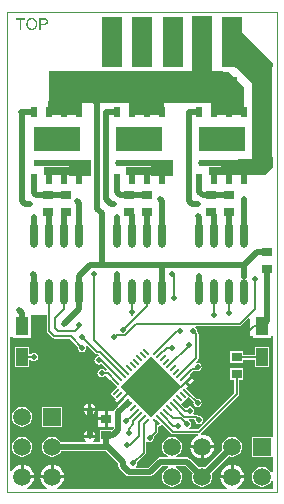
<source format=gtl>
%FSLAX25Y25*%
%MOIN*%
G70*
G01*
G75*
G04 Layer_Physical_Order=1*
G04 Layer_Color=255*
%ADD10R,0.06299X0.07087*%
%ADD11R,0.12362X0.02835*%
%ADD12R,0.15748X0.02362*%
%ADD13R,0.02402X0.03268*%
%ADD14R,0.15748X0.08465*%
%ADD15O,0.02362X0.08661*%
%ADD16R,0.03543X0.03150*%
%ADD17R,0.03937X0.05906*%
G04:AMPARAMS|DCode=18|XSize=8.66mil|YSize=27.56mil|CornerRadius=0mil|HoleSize=0mil|Usage=FLASHONLY|Rotation=45.000|XOffset=0mil|YOffset=0mil|HoleType=Round|Shape=Rectangle|*
%AMROTATEDRECTD18*
4,1,4,0.00668,-0.01281,-0.01281,0.00668,-0.00668,0.01281,0.01281,-0.00668,0.00668,-0.01281,0.0*
%
%ADD18ROTATEDRECTD18*%

G04:AMPARAMS|DCode=19|XSize=8.66mil|YSize=27.56mil|CornerRadius=0mil|HoleSize=0mil|Usage=FLASHONLY|Rotation=315.000|XOffset=0mil|YOffset=0mil|HoleType=Round|Shape=Rectangle|*
%AMROTATEDRECTD19*
4,1,4,-0.01281,-0.00668,0.00668,0.01281,0.01281,0.00668,-0.00668,-0.01281,-0.01281,-0.00668,0.0*
%
%ADD19ROTATEDRECTD19*%

%ADD20P,0.20044X4X360.0*%
%ADD21C,0.02000*%
%ADD22C,0.00600*%
%ADD23C,0.00800*%
%ADD24R,0.58000X0.10500*%
%ADD25R,0.07000X0.20000*%
%ADD26R,0.11000X0.04500*%
%ADD27R,0.10000X0.04500*%
%ADD28R,0.07500X0.05500*%
%ADD29R,0.07000X0.17000*%
%ADD30R,0.07000X0.33000*%
%ADD31R,0.08000X0.05500*%
%ADD32R,0.06500X0.17000*%
%ADD33C,0.00200*%
%ADD34R,0.05906X0.05906*%
%ADD35C,0.05906*%
%ADD36R,0.05906X0.05906*%
%ADD37C,0.01969*%
G36*
X8339Y157902D02*
X8389D01*
X8439Y157896D01*
X8506Y157885D01*
X8572Y157874D01*
X8716Y157846D01*
X8883Y157802D01*
X9044Y157735D01*
X9127Y157696D01*
X9211Y157652D01*
X9216Y157646D01*
X9227Y157641D01*
X9249Y157624D01*
X9283Y157607D01*
X9316Y157580D01*
X9360Y157546D01*
X9455Y157469D01*
X9555Y157369D01*
X9666Y157247D01*
X9771Y157102D01*
X9860Y156941D01*
Y156936D01*
X9871Y156919D01*
X9882Y156897D01*
X9893Y156864D01*
X9915Y156819D01*
X9932Y156770D01*
X9954Y156708D01*
X9976Y156642D01*
X9993Y156570D01*
X10015Y156492D01*
X10037Y156403D01*
X10054Y156314D01*
X10076Y156120D01*
X10087Y155909D01*
Y155904D01*
Y155881D01*
Y155854D01*
X10082Y155809D01*
Y155759D01*
X10076Y155698D01*
X10065Y155632D01*
X10060Y155560D01*
X10032Y155399D01*
X9987Y155221D01*
X9926Y155043D01*
X9893Y154955D01*
X9849Y154866D01*
Y154860D01*
X9838Y154844D01*
X9826Y154821D01*
X9804Y154788D01*
X9782Y154749D01*
X9754Y154710D01*
X9677Y154605D01*
X9582Y154494D01*
X9471Y154377D01*
X9338Y154266D01*
X9183Y154166D01*
X9177D01*
X9166Y154155D01*
X9138Y154144D01*
X9105Y154128D01*
X9066Y154111D01*
X9022Y154094D01*
X8966Y154072D01*
X8905Y154050D01*
X8839Y154028D01*
X8766Y154006D01*
X8606Y153972D01*
X8433Y153945D01*
X8250Y153933D01*
X8195D01*
X8162Y153939D01*
X8111D01*
X8056Y153950D01*
X7995Y153956D01*
X7923Y153967D01*
X7773Y154000D01*
X7612Y154044D01*
X7446Y154111D01*
X7362Y154150D01*
X7279Y154194D01*
X7273Y154200D01*
X7262Y154205D01*
X7240Y154222D01*
X7207Y154244D01*
X7174Y154266D01*
X7135Y154300D01*
X7040Y154383D01*
X6935Y154483D01*
X6824Y154605D01*
X6724Y154744D01*
X6630Y154905D01*
Y154910D01*
X6619Y154927D01*
X6607Y154949D01*
X6596Y154982D01*
X6580Y155027D01*
X6563Y155077D01*
X6541Y155132D01*
X6524Y155193D01*
X6502Y155265D01*
X6480Y155338D01*
X6447Y155504D01*
X6424Y155676D01*
X6413Y155865D01*
Y155870D01*
Y155876D01*
Y155909D01*
X6419Y155959D01*
Y156026D01*
X6430Y156103D01*
X6441Y156198D01*
X6458Y156303D01*
X6480Y156414D01*
X6502Y156531D01*
X6535Y156653D01*
X6580Y156775D01*
X6630Y156903D01*
X6685Y157025D01*
X6757Y157147D01*
X6835Y157258D01*
X6924Y157363D01*
X6929Y157369D01*
X6946Y157386D01*
X6979Y157413D01*
X7018Y157447D01*
X7068Y157491D01*
X7129Y157535D01*
X7201Y157585D01*
X7285Y157635D01*
X7373Y157685D01*
X7473Y157735D01*
X7584Y157780D01*
X7701Y157824D01*
X7829Y157857D01*
X7962Y157885D01*
X8100Y157902D01*
X8250Y157907D01*
X8300D01*
X8339Y157902D01*
D02*
G37*
G36*
X6041Y157386D02*
X4776D01*
Y154000D01*
X4265D01*
Y157386D01*
X3000D01*
Y157841D01*
X6041D01*
Y157386D01*
D02*
G37*
G36*
X12402Y157835D02*
X12496Y157829D01*
X12596Y157824D01*
X12690Y157813D01*
X12774Y157802D01*
X12785D01*
X12823Y157791D01*
X12873Y157780D01*
X12940Y157763D01*
X13012Y157735D01*
X13090Y157702D01*
X13173Y157663D01*
X13245Y157619D01*
X13256Y157613D01*
X13279Y157596D01*
X13312Y157563D01*
X13356Y157524D01*
X13406Y157474D01*
X13456Y157408D01*
X13512Y157335D01*
X13556Y157252D01*
X13562Y157241D01*
X13573Y157213D01*
X13595Y157164D01*
X13617Y157097D01*
X13634Y157019D01*
X13656Y156930D01*
X13667Y156831D01*
X13673Y156725D01*
Y156720D01*
Y156703D01*
Y156681D01*
X13667Y156642D01*
X13661Y156603D01*
X13656Y156553D01*
X13645Y156498D01*
X13634Y156436D01*
X13595Y156309D01*
X13573Y156242D01*
X13539Y156170D01*
X13501Y156098D01*
X13462Y156031D01*
X13412Y155965D01*
X13356Y155898D01*
X13351Y155893D01*
X13340Y155881D01*
X13323Y155865D01*
X13295Y155848D01*
X13262Y155820D01*
X13217Y155793D01*
X13162Y155759D01*
X13101Y155732D01*
X13029Y155698D01*
X12946Y155665D01*
X12857Y155637D01*
X12751Y155615D01*
X12640Y155593D01*
X12518Y155576D01*
X12380Y155565D01*
X12235Y155560D01*
X11253D01*
Y154000D01*
X10742D01*
Y157841D01*
X12318D01*
X12402Y157835D01*
D02*
G37*
G36*
X13286Y53500D02*
X13286Y53500D01*
X13286D01*
X13341Y53227D01*
X13495Y52995D01*
X15251Y51239D01*
X15483Y51085D01*
X15756Y51030D01*
X20960D01*
X23655Y48335D01*
X23589Y48000D01*
X23696Y47460D01*
X24002Y47002D01*
X24460Y46696D01*
X25000Y46589D01*
X25540Y46696D01*
X25998Y47002D01*
X26304Y47460D01*
X26411Y48000D01*
X26311Y48503D01*
X26752Y48738D01*
X29495Y45995D01*
X29727Y45841D01*
X30000Y45786D01*
X30427D01*
X30684Y45357D01*
X30581Y45165D01*
X30476Y45186D01*
X29936Y45078D01*
X29478Y44772D01*
X29173Y44314D01*
X29065Y43774D01*
X29173Y43234D01*
X29478Y42776D01*
X29936Y42470D01*
X30476Y42363D01*
X31017Y42470D01*
X31355Y42696D01*
X33274Y40778D01*
X33108Y40378D01*
X32611Y40329D01*
X32498Y40498D01*
X32040Y40804D01*
X31500Y40911D01*
X30960Y40804D01*
X30502Y40498D01*
X30196Y40040D01*
X30089Y39500D01*
X30196Y38960D01*
X30502Y38502D01*
X30960Y38196D01*
X31500Y38089D01*
X32040Y38196D01*
X32498Y38502D01*
X32620Y38684D01*
X33140D01*
X34461Y37363D01*
Y37338D01*
Y37338D01*
X36682Y35118D01*
X36564Y35000D01*
X36682Y34882D01*
X34461Y32661D01*
X35575Y31548D01*
Y31548D01*
X35575Y31548D01*
X35639Y31483D01*
X36264Y30859D01*
X35840Y30434D01*
X36500Y29775D01*
X38181Y31456D01*
X38888Y30749D01*
X37128Y28989D01*
Y28646D01*
X36106Y27625D01*
X35797Y27162D01*
X35731Y26831D01*
X35731D01*
X35731Y26831D01*
Y26831D01*
X33500D01*
Y24256D01*
Y21681D01*
X35688D01*
Y21207D01*
X35192Y20711D01*
X35172Y20719D01*
Y20719D01*
X35172Y20719D01*
X30828D01*
Y16769D01*
D01*
Y16769D01*
X30487Y16428D01*
X28831D01*
X28686Y16906D01*
X28931Y17069D01*
X29369Y17726D01*
X29424Y18000D01*
X25576D01*
X25631Y17726D01*
X26069Y17069D01*
X26314Y16906D01*
X26169Y16428D01*
X18038D01*
X17929Y16691D01*
X17391Y17391D01*
X16691Y17929D01*
X15875Y18267D01*
X15000Y18382D01*
X14125Y18267D01*
X13309Y17929D01*
X12609Y17391D01*
X12071Y16691D01*
X11733Y15875D01*
X11618Y15000D01*
X11733Y14125D01*
X12071Y13309D01*
X12609Y12609D01*
X13309Y12071D01*
X14125Y11734D01*
X15000Y11618D01*
X15875Y11734D01*
X16691Y12071D01*
X17391Y12609D01*
X17929Y13309D01*
X18038Y13573D01*
X32909D01*
X37073Y9409D01*
Y8500D01*
X37073Y8500D01*
X37181Y7954D01*
X37491Y7491D01*
X39491Y5491D01*
X39491Y5491D01*
X39954Y5181D01*
X40500Y5073D01*
X40500Y5073D01*
X47500D01*
X47500Y5073D01*
X48046Y5181D01*
X48509Y5491D01*
X51591Y8573D01*
X53582D01*
X53680Y8082D01*
X53309Y7929D01*
X52609Y7391D01*
X52071Y6691D01*
X51733Y5875D01*
X51618Y5000D01*
X51733Y4125D01*
X52071Y3309D01*
X52609Y2609D01*
X53309Y2071D01*
X54125Y1734D01*
X55000Y1618D01*
X55875Y1734D01*
X56691Y2071D01*
X57391Y2609D01*
X57929Y3309D01*
X58266Y4125D01*
X58382Y5000D01*
X58266Y5875D01*
X57929Y6691D01*
X57391Y7391D01*
X56691Y7929D01*
X56320Y8082D01*
X56418Y8573D01*
X59409D01*
X61843Y6139D01*
X61734Y5875D01*
X61618Y5000D01*
X61734Y4125D01*
X62071Y3309D01*
X62609Y2609D01*
X63309Y2071D01*
X64125Y1734D01*
X65000Y1618D01*
X65875Y1734D01*
X66691Y2071D01*
X67391Y2609D01*
X67929Y3309D01*
X68266Y4125D01*
X68382Y5000D01*
X68266Y5875D01*
X68157Y6139D01*
X73861Y11843D01*
X74125Y11734D01*
X75000Y11618D01*
X75875Y11734D01*
X76691Y12071D01*
X77391Y12609D01*
X77929Y13309D01*
X78266Y14125D01*
X78382Y15000D01*
X78266Y15875D01*
X77929Y16691D01*
X77391Y17391D01*
X76691Y17929D01*
X75875Y18267D01*
X75000Y18382D01*
X74125Y18267D01*
X73309Y17929D01*
X72609Y17391D01*
X72071Y16691D01*
X71733Y15875D01*
X71618Y15000D01*
X71733Y14125D01*
X71843Y13861D01*
X66139Y8157D01*
X65875Y8266D01*
X65000Y8382D01*
X64125Y8266D01*
X63861Y8157D01*
X61009Y11009D01*
X60546Y11319D01*
X60000Y11427D01*
X60000Y11427D01*
X56418D01*
X56320Y11918D01*
X56691Y12071D01*
X57391Y12609D01*
X57929Y13309D01*
X58266Y14125D01*
X58382Y15000D01*
X58266Y15875D01*
X57929Y16691D01*
X57391Y17391D01*
X56691Y17929D01*
X55875Y18267D01*
X55000Y18382D01*
X54125Y18267D01*
X53309Y17929D01*
X52609Y17391D01*
X52071Y16691D01*
X51733Y15875D01*
X51618Y15000D01*
X51733Y14125D01*
X52071Y13309D01*
X52609Y12609D01*
X53309Y12071D01*
X53680Y11918D01*
X53582Y11427D01*
X51000D01*
X51000Y11427D01*
X50454Y11319D01*
X49991Y11009D01*
X49991Y11009D01*
X46909Y7927D01*
X42999D01*
X42854Y8406D01*
X42998Y8502D01*
X43304Y8960D01*
X43411Y9500D01*
X43369Y9715D01*
X46077Y12423D01*
X46077Y12423D01*
X46254Y12688D01*
X46254Y12688D01*
X46254Y12688D01*
X46316Y13000D01*
X46316Y13000D01*
Y16596D01*
X46757Y16832D01*
X46960Y16696D01*
X47500Y16589D01*
X48040Y16696D01*
X48498Y17002D01*
X48804Y17460D01*
X48911Y18000D01*
X48869Y18215D01*
X50077Y19423D01*
X50077Y19423D01*
X50254Y19688D01*
X50254Y19688D01*
X50254Y19688D01*
X50316Y20000D01*
X50316Y20000D01*
Y21452D01*
X50339Y21461D01*
X50339Y21461D01*
X50339Y21461D01*
X50566Y21689D01*
X50801Y21735D01*
X51066Y21912D01*
X51243Y22177D01*
X51244Y22184D01*
X51722Y22329D01*
X54628Y19423D01*
X54628Y19423D01*
X54893Y19246D01*
X54893Y19246D01*
X54893Y19246D01*
D01*
X54893Y19246D01*
X54893Y19246D01*
X55205Y19184D01*
X55205Y19184D01*
X63491D01*
X63589Y18694D01*
X63007Y18453D01*
X62181Y17819D01*
X61547Y16994D01*
X61149Y16032D01*
X61079Y15500D01*
X68921D01*
X68851Y16032D01*
X68453Y16994D01*
X67819Y17819D01*
X66993Y18453D01*
X66032Y18851D01*
X65000Y18987D01*
X65000Y18987D01*
X65000Y18987D01*
X64803Y19026D01*
X64658Y19504D01*
X77077Y31923D01*
X77077Y31923D01*
X77183Y32082D01*
X77254Y32188D01*
X77316Y32500D01*
X77316Y32500D01*
X77316Y32500D01*
Y32500D01*
Y37269D01*
X78672D01*
Y41219D01*
X74328D01*
Y37269D01*
X75684D01*
Y32838D01*
X63662Y20816D01*
X60832D01*
X60687Y21294D01*
X60998Y21502D01*
X61304Y21960D01*
X61411Y22500D01*
X61304Y23040D01*
X60998Y23498D01*
X60540Y23804D01*
X60636Y24286D01*
X62354D01*
X62589Y24000D01*
X62696Y23460D01*
X63002Y23002D01*
X63460Y22696D01*
X64000Y22589D01*
X64540Y22696D01*
X64998Y23002D01*
X65304Y23460D01*
X65411Y24000D01*
X65304Y24540D01*
X64998Y24998D01*
X64540Y25304D01*
X64000Y25411D01*
X63665Y25345D01*
X63505Y25505D01*
X63273Y25659D01*
X63000Y25714D01*
X62336D01*
X62100Y26155D01*
X62304Y26460D01*
X62411Y27000D01*
X62304Y27540D01*
X61998Y27998D01*
X61540Y28304D01*
X61000Y28411D01*
X60460Y28304D01*
X60002Y27998D01*
X59961Y27936D01*
X59463Y27887D01*
X58113Y29236D01*
X58133Y29256D01*
X59247Y30370D01*
X59247Y30370D01*
X60425Y31548D01*
Y31548D01*
X60425D01*
X60443Y31548D01*
X62155Y29835D01*
X62089Y29500D01*
X62196Y28960D01*
X62502Y28502D01*
X62960Y28196D01*
X63500Y28089D01*
X64040Y28196D01*
X64498Y28502D01*
X64804Y28960D01*
X64911Y29500D01*
X64804Y30040D01*
X64498Y30498D01*
X64040Y30804D01*
X63500Y30911D01*
X63165Y30845D01*
X61443Y32566D01*
X61538Y32661D01*
X59624Y34576D01*
X60352Y35303D01*
X59339Y36317D01*
X59692Y36670D01*
X59339Y37024D01*
X61020Y38705D01*
X60837Y38888D01*
X62133Y40184D01*
X63019D01*
X63500Y40089D01*
X64040Y40196D01*
X64498Y40502D01*
X64804Y40960D01*
X64911Y41500D01*
X64804Y42040D01*
X64498Y42498D01*
X64040Y42804D01*
X63500Y42911D01*
X63262Y42864D01*
X63026Y43305D01*
X63577Y43856D01*
X63754Y44120D01*
X63816Y44432D01*
X63816Y44432D01*
Y52500D01*
D01*
Y52500D01*
X63816D01*
D01*
Y52500D01*
X63816D01*
Y52500D01*
X63816Y52500D01*
X63816Y52500D01*
D01*
D01*
D01*
D01*
X63754Y52812D01*
X63694Y52902D01*
X63694Y52902D01*
X63683Y52918D01*
Y52918D01*
D01*
D01*
Y52918D01*
D01*
X63577Y53077D01*
X63577Y53077D01*
X63369Y53285D01*
X63411Y53500D01*
X63304Y54040D01*
X62998Y54498D01*
X62687Y54706D01*
X62832Y55184D01*
X77500D01*
X77500Y55184D01*
X77812Y55246D01*
X78077Y55423D01*
X80538Y57885D01*
X81000Y57693D01*
Y52000D01*
X82032D01*
Y51359D01*
X87968D01*
Y52000D01*
X88523D01*
Y18353D01*
X88522D01*
X88353D01*
X88169Y18353D01*
X88169Y18353D01*
Y18353D01*
X81647D01*
Y11647D01*
X88169D01*
X88169Y11647D01*
Y11647D01*
X88353Y11647D01*
X88523Y11478D01*
Y6538D01*
X88032Y6441D01*
X87929Y6691D01*
X87391Y7391D01*
X86691Y7929D01*
X85875Y8266D01*
X85000Y8382D01*
X84125Y8266D01*
X83309Y7929D01*
X82609Y7391D01*
X82071Y6691D01*
X81734Y5875D01*
X81618Y5000D01*
X81734Y4125D01*
X82071Y3309D01*
X82609Y2609D01*
X83309Y2071D01*
X84125Y1734D01*
X85000Y1618D01*
X85875Y1734D01*
X86691Y2071D01*
X87391Y2609D01*
X87929Y3309D01*
X88032Y3559D01*
X88523Y3462D01*
Y881D01*
X76666D01*
X76568Y1371D01*
X76993Y1547D01*
X77819Y2181D01*
X78453Y3007D01*
X78851Y3968D01*
X78921Y4500D01*
X71079D01*
X71149Y3968D01*
X71547Y3007D01*
X72181Y2181D01*
X73006Y1547D01*
X73432Y1371D01*
X73334Y881D01*
X16666D01*
X16568Y1371D01*
X16993Y1547D01*
X17819Y2181D01*
X18453Y3007D01*
X18851Y3968D01*
X18921Y4500D01*
X11079D01*
X11149Y3968D01*
X11547Y3007D01*
X12181Y2181D01*
X13006Y1547D01*
X13432Y1371D01*
X13334Y881D01*
X6666D01*
X6568Y1371D01*
X6993Y1547D01*
X7819Y2181D01*
X8453Y3007D01*
X8851Y3968D01*
X8921Y4500D01*
X5000D01*
Y5000D01*
X4500D01*
Y8921D01*
X3968Y8851D01*
X3007Y8453D01*
X2181Y7819D01*
X1547Y6994D01*
X1513Y6911D01*
X1023Y7008D01*
Y51500D01*
X2032D01*
Y51359D01*
X7969D01*
X8000Y51391D01*
Y58733D01*
X13286D01*
Y53500D01*
D02*
G37*
G36*
X88500Y143000D02*
Y141500D01*
X84500D01*
Y134500D01*
X77500Y141500D01*
Y153000D01*
X78500D01*
X88500Y143000D01*
D02*
G37*
G36*
X79000Y135000D02*
Y131500D01*
X78500Y131000D01*
X72000D01*
Y140000D01*
X74000D01*
X79000Y135000D01*
D02*
G37*
G36*
X88500Y108000D02*
X86000Y105500D01*
X83500D01*
X84000Y111500D01*
X88500D01*
Y108000D01*
D02*
G37*
%LPC*%
G36*
X75500Y8921D02*
Y5500D01*
X78921D01*
X78851Y6032D01*
X78453Y6994D01*
X77819Y7819D01*
X76993Y8453D01*
X76032Y8851D01*
X75500Y8921D01*
D02*
G37*
G36*
X74500D02*
X73968Y8851D01*
X73006Y8453D01*
X72181Y7819D01*
X71547Y6994D01*
X71149Y6032D01*
X71079Y5500D01*
X74500D01*
Y8921D01*
D02*
G37*
G36*
X64500Y14500D02*
X61079D01*
X61149Y13968D01*
X61547Y13007D01*
X62181Y12181D01*
X63007Y11547D01*
X63968Y11149D01*
X64500Y11079D01*
Y14500D01*
D02*
G37*
G36*
X5000Y18382D02*
X4125Y18267D01*
X3309Y17929D01*
X2609Y17391D01*
X2071Y16691D01*
X1733Y15875D01*
X1618Y15000D01*
X1733Y14125D01*
X2071Y13309D01*
X2609Y12609D01*
X3309Y12071D01*
X4125Y11734D01*
X5000Y11618D01*
X5875Y11734D01*
X6691Y12071D01*
X7391Y12609D01*
X7929Y13309D01*
X8266Y14125D01*
X8382Y15000D01*
X8266Y15875D01*
X7929Y16691D01*
X7391Y17391D01*
X6691Y17929D01*
X5875Y18267D01*
X5000Y18382D01*
D02*
G37*
G36*
X68921Y14500D02*
X65500D01*
Y11079D01*
X66032Y11149D01*
X66993Y11547D01*
X67819Y12181D01*
X68453Y13007D01*
X68851Y13968D01*
X68921Y14500D01*
D02*
G37*
G36*
X12352Y157386D02*
X11253D01*
Y156015D01*
X12285D01*
X12324Y156020D01*
X12363D01*
X12407Y156026D01*
X12513Y156037D01*
X12629Y156059D01*
X12746Y156092D01*
X12851Y156137D01*
X12901Y156165D01*
X12940Y156198D01*
X12951Y156209D01*
X12973Y156231D01*
X13007Y156275D01*
X13046Y156331D01*
X13084Y156403D01*
X13118Y156492D01*
X13140Y156592D01*
X13151Y156708D01*
Y156714D01*
Y156720D01*
Y156747D01*
X13145Y156797D01*
X13134Y156853D01*
X13123Y156914D01*
X13101Y156986D01*
X13068Y157053D01*
X13029Y157119D01*
X13023Y157125D01*
X13007Y157147D01*
X12979Y157175D01*
X12946Y157213D01*
X12896Y157252D01*
X12840Y157286D01*
X12779Y157319D01*
X12707Y157347D01*
X12701D01*
X12679Y157352D01*
X12646Y157358D01*
X12601Y157369D01*
X12535Y157374D01*
X12452Y157380D01*
X12352Y157386D01*
D02*
G37*
G36*
X8250Y157469D02*
X8200D01*
X8162Y157463D01*
X8111Y157458D01*
X8062Y157447D01*
X8000Y157435D01*
X7934Y157424D01*
X7790Y157380D01*
X7712Y157347D01*
X7634Y157313D01*
X7551Y157269D01*
X7473Y157219D01*
X7396Y157164D01*
X7323Y157097D01*
X7318Y157091D01*
X7307Y157080D01*
X7290Y157058D01*
X7262Y157025D01*
X7235Y156986D01*
X7201Y156936D01*
X7168Y156875D01*
X7129Y156803D01*
X7096Y156725D01*
X7057Y156631D01*
X7024Y156531D01*
X6996Y156420D01*
X6968Y156298D01*
X6952Y156159D01*
X6940Y156015D01*
X6935Y155859D01*
Y155854D01*
Y155832D01*
Y155793D01*
X6940Y155743D01*
X6946Y155687D01*
X6957Y155621D01*
X6968Y155543D01*
X6979Y155465D01*
X7024Y155288D01*
X7057Y155199D01*
X7090Y155104D01*
X7135Y155016D01*
X7185Y154927D01*
X7240Y154844D01*
X7307Y154766D01*
X7312Y154760D01*
X7323Y154749D01*
X7346Y154727D01*
X7373Y154705D01*
X7412Y154672D01*
X7457Y154638D01*
X7507Y154605D01*
X7562Y154566D01*
X7629Y154527D01*
X7701Y154494D01*
X7779Y154461D01*
X7862Y154427D01*
X7951Y154405D01*
X8039Y154383D01*
X8139Y154372D01*
X8245Y154366D01*
X8273D01*
X8300Y154372D01*
X8339D01*
X8389Y154377D01*
X8444Y154388D01*
X8511Y154400D01*
X8578Y154416D01*
X8655Y154438D01*
X8728Y154466D01*
X8811Y154494D01*
X8889Y154533D01*
X8966Y154583D01*
X9044Y154633D01*
X9122Y154694D01*
X9194Y154766D01*
X9199Y154771D01*
X9211Y154782D01*
X9227Y154810D01*
X9255Y154844D01*
X9283Y154882D01*
X9310Y154932D01*
X9344Y154993D01*
X9382Y155060D01*
X9416Y155138D01*
X9449Y155227D01*
X9477Y155321D01*
X9510Y155421D01*
X9532Y155532D01*
X9549Y155654D01*
X9560Y155781D01*
X9566Y155915D01*
Y155920D01*
Y155937D01*
Y155959D01*
Y155992D01*
X9560Y156031D01*
Y156081D01*
X9555Y156131D01*
X9543Y156192D01*
X9527Y156320D01*
X9499Y156453D01*
X9460Y156597D01*
X9405Y156731D01*
Y156736D01*
X9399Y156747D01*
X9388Y156764D01*
X9377Y156786D01*
X9338Y156853D01*
X9288Y156930D01*
X9222Y157019D01*
X9138Y157108D01*
X9044Y157197D01*
X8939Y157274D01*
X8933D01*
X8927Y157286D01*
X8911Y157291D01*
X8883Y157308D01*
X8855Y157319D01*
X8822Y157335D01*
X8739Y157374D01*
X8639Y157408D01*
X8522Y157441D01*
X8389Y157463D01*
X8250Y157469D01*
D02*
G37*
G36*
X5500Y8921D02*
Y5500D01*
X8921D01*
X8851Y6032D01*
X8453Y6994D01*
X7819Y7819D01*
X6993Y8453D01*
X6032Y8851D01*
X5500Y8921D01*
D02*
G37*
G36*
X15500D02*
Y5500D01*
X18921D01*
X18851Y6032D01*
X18453Y6994D01*
X17819Y7819D01*
X16993Y8453D01*
X16032Y8851D01*
X15500Y8921D01*
D02*
G37*
G36*
X14500D02*
X13968Y8851D01*
X13006Y8453D01*
X12181Y7819D01*
X11547Y6994D01*
X11149Y6032D01*
X11079Y5500D01*
X14500D01*
Y8921D01*
D02*
G37*
G36*
X28000Y29424D02*
Y28000D01*
X29424D01*
X29369Y28274D01*
X28931Y28931D01*
X28274Y29369D01*
X28000Y29424D01*
D02*
G37*
G36*
X27000D02*
X26726Y29369D01*
X26069Y28931D01*
X25631Y28274D01*
X25576Y28000D01*
X27000D01*
Y29424D01*
D02*
G37*
G36*
X29424Y27000D02*
X28000D01*
Y25576D01*
X28274Y25631D01*
X28931Y26069D01*
X29369Y26726D01*
X29424Y27000D01*
D02*
G37*
G36*
X87369Y48241D02*
X82631D01*
Y45602D01*
X80612D01*
X80459Y45572D01*
X78672D01*
Y46731D01*
X74328D01*
Y42781D01*
X78672D01*
Y43940D01*
X82631D01*
Y41535D01*
X87369D01*
Y48241D01*
D02*
G37*
G36*
X7368D02*
X2631D01*
Y41535D01*
X7368D01*
Y43810D01*
X7847Y43955D01*
X7890Y43890D01*
X8348Y43584D01*
X8888Y43477D01*
X9428Y43584D01*
X9886Y43890D01*
X10192Y44348D01*
X10300Y44888D01*
X10192Y45428D01*
X9886Y45886D01*
X9428Y46192D01*
X8888Y46300D01*
X8348Y46192D01*
X7890Y45886D01*
X7847Y45821D01*
X7368Y45967D01*
Y48241D01*
D02*
G37*
G36*
X61727Y37998D02*
X60399Y36670D01*
X61059Y36010D01*
X62387Y37338D01*
X61727Y37998D01*
D02*
G37*
G36*
X27000Y27000D02*
X25576D01*
X25631Y26726D01*
X26069Y26069D01*
X26726Y25631D01*
X27000Y25576D01*
Y27000D01*
D02*
G37*
G36*
X5000Y28382D02*
X4125Y28267D01*
X3309Y27929D01*
X2609Y27391D01*
X2071Y26691D01*
X1733Y25875D01*
X1618Y25000D01*
X1733Y24125D01*
X2071Y23309D01*
X2609Y22609D01*
X3309Y22071D01*
X4125Y21734D01*
X5000Y21618D01*
X5875Y21734D01*
X6691Y22071D01*
X7391Y22609D01*
X7929Y23309D01*
X8266Y24125D01*
X8382Y25000D01*
X8266Y25875D01*
X7929Y26691D01*
X7391Y27391D01*
X6691Y27929D01*
X5875Y28267D01*
X5000Y28382D01*
D02*
G37*
G36*
X28000Y20424D02*
Y19000D01*
X29424D01*
X29369Y19274D01*
X28931Y19931D01*
X28274Y20369D01*
X28000Y20424D01*
D02*
G37*
G36*
X27000D02*
X26726Y20369D01*
X26069Y19931D01*
X25631Y19274D01*
X25576Y19000D01*
X27000D01*
Y20424D01*
D02*
G37*
G36*
X32500Y26831D02*
X30228D01*
Y24756D01*
X32500D01*
Y26831D01*
D02*
G37*
G36*
Y23756D02*
X30228D01*
Y21681D01*
X32500D01*
Y23756D01*
D02*
G37*
G36*
X18353Y28353D02*
X11647D01*
Y21647D01*
X18353D01*
Y28353D01*
D02*
G37*
%LPD*%
D10*
X84512Y135000D02*
D03*
X73488D02*
D03*
D11*
X18193Y106799D02*
D03*
X45693D02*
D03*
X73193D02*
D03*
D12*
X16500Y109398D02*
D03*
X44000D02*
D03*
X71500D02*
D03*
D13*
X9000Y126661D02*
D03*
X14000D02*
D03*
X19000D02*
D03*
X24000D02*
D03*
Y104339D02*
D03*
X19000D02*
D03*
X14000D02*
D03*
X9000D02*
D03*
X36500Y126661D02*
D03*
X41500D02*
D03*
X46500D02*
D03*
X51500D02*
D03*
Y104339D02*
D03*
X46500D02*
D03*
X41500D02*
D03*
X36500D02*
D03*
X64000Y126661D02*
D03*
X69000D02*
D03*
X74000D02*
D03*
X79000D02*
D03*
Y104339D02*
D03*
X74000D02*
D03*
X69000D02*
D03*
X64000D02*
D03*
D14*
X16500Y117567D02*
D03*
X44000D02*
D03*
X71500D02*
D03*
D15*
X9000Y66551D02*
D03*
X14000D02*
D03*
X19000D02*
D03*
X24000D02*
D03*
X9000Y85449D02*
D03*
X14000D02*
D03*
X19000D02*
D03*
X24000D02*
D03*
X36500Y66551D02*
D03*
X41500D02*
D03*
X46500D02*
D03*
X51500D02*
D03*
X36500Y85449D02*
D03*
X41500D02*
D03*
X46500D02*
D03*
X51500D02*
D03*
X64000Y66551D02*
D03*
X69000D02*
D03*
X74000D02*
D03*
X79000D02*
D03*
X64000Y85449D02*
D03*
X69000D02*
D03*
X74000D02*
D03*
X79000D02*
D03*
D16*
X13500Y93244D02*
D03*
Y98756D02*
D03*
X19500Y93244D02*
D03*
Y98756D02*
D03*
X40500Y93244D02*
D03*
Y98756D02*
D03*
X46500Y93244D02*
D03*
Y98756D02*
D03*
X68000Y93244D02*
D03*
Y98756D02*
D03*
X74000Y93244D02*
D03*
Y98756D02*
D03*
X86500Y79756D02*
D03*
Y74244D02*
D03*
X33000Y18744D02*
D03*
Y24256D02*
D03*
X76500Y44756D02*
D03*
Y39244D02*
D03*
D17*
X85000Y44888D02*
D03*
Y55312D02*
D03*
X5000Y44888D02*
D03*
Y55312D02*
D03*
D18*
X46330Y46692D02*
D03*
X45216Y45579D02*
D03*
X44103Y44465D02*
D03*
X42989Y43352D02*
D03*
X41875Y42238D02*
D03*
X40762Y41125D02*
D03*
X39648Y40011D02*
D03*
X38535Y38897D02*
D03*
X37421Y37784D02*
D03*
X36307Y36670D02*
D03*
X49670Y23308D02*
D03*
X50784Y24421D02*
D03*
X51897Y25535D02*
D03*
X53011Y26648D02*
D03*
X54124Y27762D02*
D03*
X55238Y28875D02*
D03*
X56352Y29989D02*
D03*
X57465Y31103D02*
D03*
X58579Y32216D02*
D03*
X59692Y33330D02*
D03*
D19*
X36307D02*
D03*
X37421Y32216D02*
D03*
X38535Y31103D02*
D03*
X39648Y29989D02*
D03*
X40762Y28875D02*
D03*
X41875Y27762D02*
D03*
X42989Y26648D02*
D03*
X44103Y25535D02*
D03*
X45216Y24421D02*
D03*
X46330Y23308D02*
D03*
X59692Y36670D02*
D03*
X58579Y37784D02*
D03*
X57465Y38897D02*
D03*
X56352Y40011D02*
D03*
X55238Y41125D02*
D03*
X54124Y42238D02*
D03*
X53011Y43352D02*
D03*
X51897Y44465D02*
D03*
X50784Y45579D02*
D03*
X49670Y46692D02*
D03*
D20*
X48000Y35000D02*
D03*
D21*
X41756Y130500D02*
X55500D01*
X58000D02*
X68500D01*
X27500Y18500D02*
Y27500D01*
X19000Y126661D02*
X24000D01*
X13500Y98756D02*
X19500D01*
X13256Y99000D02*
X13500Y98756D01*
X9500Y99000D02*
X13256D01*
X9000Y99500D02*
X9500Y99000D01*
X14000Y85449D02*
Y92744D01*
X4661Y126661D02*
X9000D01*
Y85449D02*
Y91500D01*
X8500Y72500D02*
X9000Y72000D01*
Y66551D02*
Y72000D01*
X24000Y66551D02*
Y72000D01*
X9000Y99500D02*
Y104339D01*
X19000Y85449D02*
Y90500D01*
Y92744D01*
X14500Y127161D02*
Y130000D01*
X14000Y126661D02*
X19000D01*
X23272Y97000D02*
X24000Y96272D01*
Y85449D02*
Y96272D01*
X41500Y126661D02*
X46500D01*
X51500D01*
X74000D02*
X79000D01*
X69000D02*
X74000D01*
X69000D02*
Y130000D01*
X60661Y126661D02*
X64000D01*
X33000Y126500D02*
X36339D01*
X46500Y85449D02*
Y90000D01*
Y93244D01*
X40500Y98756D02*
X46500D01*
X37744D02*
X40500D01*
X36500Y100000D02*
X37744Y98756D01*
X36500Y100000D02*
Y104339D01*
X68000Y98756D02*
X74000D01*
X65244D02*
X68000D01*
X64000Y100000D02*
X65244Y98756D01*
X64000Y100000D02*
Y104339D01*
X69000Y85449D02*
Y92244D01*
X68000Y93244D02*
X69000Y92244D01*
X41500Y85449D02*
Y92244D01*
X74000Y85449D02*
Y90500D01*
X71500Y117567D02*
X71567Y117500D01*
X63500Y92000D02*
X64000Y91500D01*
Y85449D02*
Y91500D01*
X36500Y85449D02*
Y91500D01*
Y66551D02*
Y72500D01*
X64000Y66551D02*
Y72000D01*
X51500Y66551D02*
Y72000D01*
Y85449D02*
Y97000D01*
X51000Y97500D02*
X51500Y97000D01*
X79000Y85449D02*
Y97500D01*
X24000Y126661D02*
Y130500D01*
X68500D02*
X69000Y130000D01*
X78000Y117000D02*
Y117500D01*
X61500Y96000D02*
X63500D01*
X60500Y126500D02*
X60661Y126661D01*
X70000Y109398D02*
X71500D01*
X33000Y97500D02*
Y126500D01*
Y97500D02*
X34500Y96000D01*
X35500D01*
X4661Y126661D02*
X5000Y126323D01*
Y97000D02*
Y126323D01*
Y97000D02*
X6000Y96000D01*
X7500D01*
X24000Y72000D02*
X27500Y75500D01*
X51500Y72000D02*
Y75500D01*
X75000Y145000D02*
Y155000D01*
X71500Y109398D02*
X72898Y108000D01*
X60500Y97000D02*
X61500Y96000D01*
X60500Y97000D02*
Y126500D01*
X29000Y130500D02*
X30000Y129500D01*
Y94257D02*
Y129500D01*
Y94257D02*
X31500Y92757D01*
X27500Y75500D02*
X31500D01*
X24000Y130500D02*
X29000D01*
X41500D01*
X74000Y90500D02*
Y93244D01*
X79000Y71500D02*
Y75500D01*
X51500D02*
X79000D01*
X86500Y56812D02*
Y74244D01*
X85000Y55312D02*
X86500Y56812D01*
X79000Y75500D02*
X83256Y79756D01*
X86500D01*
X65000Y5000D02*
X75000Y15000D01*
X31500Y75500D02*
X51500D01*
X31500D02*
Y92757D01*
X19000Y56000D02*
X24000Y61000D01*
Y66551D01*
X41500Y126661D02*
Y130500D01*
X72898Y108000D02*
X82500D01*
X51000Y10000D02*
X60000D01*
X65000Y5000D01*
X38500Y8500D02*
Y10000D01*
X33500Y15000D02*
X38500Y10000D01*
Y8500D02*
X40500Y6500D01*
X47500D01*
X51000Y10000D01*
X33000Y15500D02*
X33500Y15000D01*
X33000Y15500D02*
Y18744D01*
X15000Y15000D02*
X33500D01*
X33000Y18744D02*
X35244D01*
X37116Y20616D01*
Y26616D02*
X40150Y29650D01*
X37116Y20616D02*
Y26616D01*
X48500Y34500D02*
X55000D01*
X48000Y35000D02*
X48500Y34500D01*
X5000Y55312D02*
Y59500D01*
X4000Y60500D02*
X5000Y59500D01*
X75000Y144000D02*
Y145000D01*
Y144000D02*
X82500Y136500D01*
Y108000D02*
Y136500D01*
D22*
X21256Y51744D02*
X25000Y48000D01*
X15756Y51744D02*
X21256D01*
X14000Y53500D02*
X15756Y51744D01*
X22500Y53500D02*
X24000Y55000D01*
X17000Y53500D02*
X22500D01*
X16000Y54500D02*
X17000Y53500D01*
X25000Y51500D02*
X30000Y46500D01*
X24000Y55000D02*
Y55500D01*
X19000Y61000D02*
Y66551D01*
X16000Y58000D02*
X19000Y61000D01*
X16000Y54500D02*
Y58000D01*
X14000Y53500D02*
Y66551D01*
X5000Y44888D02*
X8888D01*
X41500Y59000D02*
Y66551D01*
Y59000D02*
X41500Y59000D01*
X59692Y33308D02*
X63500Y29500D01*
X59692Y33308D02*
Y33330D01*
X46500Y62000D02*
Y66551D01*
X38500Y54000D02*
X46500Y62000D01*
X41500Y59000D02*
Y60000D01*
X30000Y46500D02*
X30932D01*
X38535Y38897D01*
X80612Y44888D02*
X85000D01*
X57000Y22000D02*
X57500Y22500D01*
X51897Y25535D02*
X55432Y22000D01*
X57000D01*
X63000Y25000D02*
X64000Y24000D01*
X56352Y29989D02*
X59341Y27000D01*
X61000D01*
X55238Y28875D02*
X59113Y25000D01*
X63000D01*
X53011Y26648D02*
X55159Y24500D01*
X58000D01*
X60000Y22500D01*
D23*
X29000Y72500D02*
X29000Y50500D01*
X29000Y50659D02*
X39648Y40011D01*
X30476Y43774D02*
X31431D01*
X55500Y64500D02*
Y72000D01*
X55000Y72500D02*
X55500Y72000D01*
X31431Y43774D02*
X37421Y37784D01*
X33478Y39500D02*
X36307Y36670D01*
X31500Y39500D02*
X33478D01*
X82500Y61000D02*
Y71000D01*
X54124Y42238D02*
X60500Y48613D01*
Y49000D01*
X74000Y59500D02*
X74000Y59500D01*
X74000Y59500D02*
Y66551D01*
X77500Y56000D02*
X82500Y61000D01*
X35500Y51500D02*
X36216Y52216D01*
X39239D01*
X43023Y56000D01*
X77500D01*
X69000Y59000D02*
Y66551D01*
X69000Y66551D02*
X69000Y66551D01*
X62000Y53500D02*
X63000Y52500D01*
X78000Y51000D02*
X82312Y55312D01*
X85000D01*
X50784Y24421D02*
X55205Y20000D01*
X64000D01*
X42000Y23432D02*
X44103Y25535D01*
X40500Y19500D02*
Y21000D01*
X42000Y22500D01*
Y23432D01*
X40920Y24580D02*
X42989Y26648D01*
X39500Y23500D02*
X40580Y24580D01*
X40920D01*
X49670Y46692D02*
X56478Y53500D01*
X57500D01*
X50784Y45579D02*
X53205Y48000D01*
X55000D01*
X42432Y35000D02*
X48000D01*
X38535Y31103D02*
X42432Y35000D01*
X58022D02*
X59692Y36670D01*
X76500Y44756D02*
X84868D01*
X64000Y20000D02*
X76500Y32500D01*
Y39244D01*
X55000Y35000D02*
X58022D01*
X57465Y38897D02*
X63000Y44432D01*
Y52500D01*
X76000Y51000D02*
X78000D01*
X59692Y36670D02*
X61522Y38500D01*
X63500D01*
X76000Y51000D01*
X58579Y37784D02*
X61795Y41000D01*
X63500D02*
Y41500D01*
X61795Y41000D02*
X63500D01*
X27756Y24256D02*
X33000D01*
X44000Y23205D02*
X45216Y24421D01*
X44000Y18500D02*
Y23205D01*
X42000Y9500D02*
X45500Y13000D01*
Y22478D01*
X46330Y23308D01*
X47500Y18000D02*
X49500Y20000D01*
Y23478D01*
X50489Y22489D01*
X40000Y15500D02*
X41000D01*
X44000Y18500D01*
D24*
X43000Y134750D02*
D03*
D25*
X65000Y148500D02*
D03*
D26*
X19500Y128750D02*
D03*
X47000Y129750D02*
D03*
D27*
X74000Y129250D02*
D03*
D28*
X51750Y107750D02*
D03*
X24250D02*
D03*
D29*
X75000Y150000D02*
D03*
X35000D02*
D03*
X45000D02*
D03*
D30*
X85000Y126500D02*
D03*
D31*
X81000Y108250D02*
D03*
D32*
X55250Y150000D02*
D03*
D33*
X-0Y0D02*
X90000D01*
Y160000D01*
X-0D02*
X90000D01*
X-0Y0D02*
Y160000D01*
D34*
X85000Y15000D02*
D03*
X35000Y155000D02*
D03*
D35*
X85000Y5000D02*
D03*
X75000Y15000D02*
D03*
Y5000D02*
D03*
X65000Y15000D02*
D03*
Y5000D02*
D03*
X55000Y15000D02*
D03*
Y5000D02*
D03*
X35000Y145000D02*
D03*
X45000Y155000D02*
D03*
Y145000D02*
D03*
X55000Y155000D02*
D03*
Y145000D02*
D03*
X65000Y155000D02*
D03*
Y145000D02*
D03*
X75000Y155000D02*
D03*
Y145000D02*
D03*
X5000Y5000D02*
D03*
X15000D02*
D03*
X5000Y15000D02*
D03*
X15000D02*
D03*
X5000Y25000D02*
D03*
D36*
X15000D02*
D03*
D37*
X58000Y130500D02*
D03*
X55500D02*
D03*
X27500Y18500D02*
D03*
X25000Y48000D02*
D03*
Y51500D02*
D03*
X24000Y55500D02*
D03*
X4661Y126661D02*
D03*
X9000Y91500D02*
D03*
X8500Y72500D02*
D03*
X19000Y90500D02*
D03*
X24000Y72000D02*
D03*
X14500Y130000D02*
D03*
X23272Y97000D02*
D03*
X41756Y130244D02*
D03*
X69000Y130000D02*
D03*
X33000Y126500D02*
D03*
X46500Y90000D02*
D03*
X74000Y90500D02*
D03*
X63500Y92000D02*
D03*
X36500Y91500D02*
D03*
Y72500D02*
D03*
X64000Y72000D02*
D03*
X51500D02*
D03*
X79000Y71500D02*
D03*
X51000Y97500D02*
D03*
X79000D02*
D03*
X23000Y117500D02*
D03*
Y120000D02*
D03*
Y115000D02*
D03*
X20000D02*
D03*
Y117500D02*
D03*
Y120000D02*
D03*
X50500Y117500D02*
D03*
X47500D02*
D03*
Y120000D02*
D03*
X50500D02*
D03*
X47500Y115000D02*
D03*
X50500D02*
D03*
X78000Y120000D02*
D03*
X75000D02*
D03*
X78000Y117500D02*
D03*
X75000D02*
D03*
X78000Y115000D02*
D03*
X75000D02*
D03*
X63500Y96000D02*
D03*
X60500Y126500D02*
D03*
X67500Y109500D02*
D03*
X69500Y107000D02*
D03*
X70000Y109398D02*
D03*
X64500Y109500D02*
D03*
X50000D02*
D03*
Y106500D02*
D03*
X53500D02*
D03*
Y109500D02*
D03*
X35500Y96000D02*
D03*
X37000Y109500D02*
D03*
X42500Y109398D02*
D03*
X42000Y107000D02*
D03*
X40000Y109500D02*
D03*
X26000D02*
D03*
Y106500D02*
D03*
X22500D02*
D03*
Y109500D02*
D03*
X7500Y96000D02*
D03*
X29000Y72500D02*
D03*
X55000D02*
D03*
X82500Y71000D02*
D03*
X84500Y108000D02*
D03*
X19000Y56000D02*
D03*
X8888Y44888D02*
D03*
X63500Y29500D02*
D03*
X38500Y54000D02*
D03*
X61000Y27000D02*
D03*
X41500Y60000D02*
D03*
X30476Y43774D02*
D03*
X55500Y64500D02*
D03*
X31500Y39500D02*
D03*
X35500Y51500D02*
D03*
X60500Y49000D02*
D03*
X74000Y59500D02*
D03*
X62000Y53500D02*
D03*
X69000Y59000D02*
D03*
X40500Y19500D02*
D03*
X39500Y23500D02*
D03*
X57500Y53500D02*
D03*
X55000Y48000D02*
D03*
X42000Y9500D02*
D03*
X55000Y34500D02*
D03*
X63500Y41500D02*
D03*
X4000Y60500D02*
D03*
X27500Y27500D02*
D03*
X57000Y22000D02*
D03*
X64000Y24000D02*
D03*
X60000Y22500D02*
D03*
X47500Y18000D02*
D03*
X40000Y15500D02*
D03*
M02*

</source>
